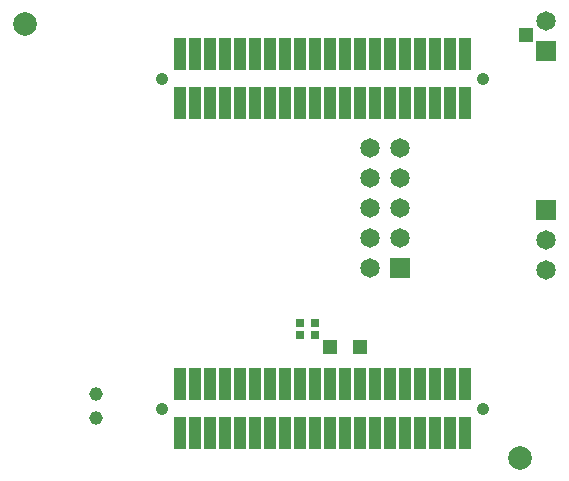
<source format=gbs>
%FSLAX24Y24*%
%MOIN*%
G70*
G01*
G75*
G04 Layer_Color=16711935*
%ADD10C,0.0060*%
%ADD11R,0.0197X0.0236*%
%ADD12C,0.0394*%
%ADD13R,0.0236X0.0217*%
%ADD14R,0.0394X0.0709*%
%ADD15R,0.0217X0.0236*%
G04:AMPARAMS|DCode=16|XSize=19.7mil|YSize=23.6mil|CornerRadius=0mil|HoleSize=0mil|Usage=FLASHONLY|Rotation=225.000|XOffset=0mil|YOffset=0mil|HoleType=Round|Shape=Rectangle|*
%AMROTATEDRECTD16*
4,1,4,-0.0014,0.0153,0.0153,-0.0014,0.0014,-0.0153,-0.0153,0.0014,-0.0014,0.0153,0.0*
%
%ADD16ROTATEDRECTD16*%

%ADD17R,0.0315X0.0295*%
%ADD18R,0.0197X0.0256*%
%ADD19C,0.0079*%
%ADD20R,0.0236X0.0157*%
%ADD21R,0.1083X0.0350*%
G04:AMPARAMS|DCode=22|XSize=47.2mil|YSize=43.3mil|CornerRadius=0mil|HoleSize=0mil|Usage=FLASHONLY|Rotation=45.000|XOffset=0mil|YOffset=0mil|HoleType=Round|Shape=Rectangle|*
%AMROTATEDRECTD22*
4,1,4,-0.0014,-0.0320,-0.0320,-0.0014,0.0014,0.0320,0.0320,0.0014,-0.0014,-0.0320,0.0*
%
%ADD22ROTATEDRECTD22*%

%ADD23C,0.0098*%
%ADD24R,0.0400X0.0300*%
%ADD25R,0.0299X0.0945*%
%ADD26R,0.0295X0.0315*%
%ADD27R,0.1850X0.1850*%
%ADD28O,0.0079X0.0256*%
%ADD29O,0.0256X0.0079*%
%ADD30R,0.0236X0.0197*%
%ADD31C,0.0090*%
%ADD32C,0.0100*%
%ADD33C,0.0500*%
%ADD34C,0.0080*%
%ADD35C,0.0150*%
%ADD36C,0.0354*%
%ADD37C,0.0591*%
%ADD38R,0.0591X0.0591*%
%ADD39C,0.0236*%
%ADD40R,0.0354X0.1043*%
%ADD41R,0.0394X0.0394*%
%ADD42R,0.0394X0.0394*%
%ADD43C,0.0039*%
%ADD44C,0.0098*%
%ADD45C,0.0079*%
%ADD46C,0.0059*%
%ADD47C,0.0118*%
%ADD48C,0.0050*%
%ADD49R,0.0420X0.1300*%
%ADD50C,0.0240*%
%ADD51R,0.0257X0.0296*%
%ADD52C,0.0787*%
%ADD53R,0.0296X0.0277*%
%ADD54R,0.0454X0.0769*%
%ADD55R,0.0277X0.0296*%
G04:AMPARAMS|DCode=56|XSize=25.7mil|YSize=29.6mil|CornerRadius=0mil|HoleSize=0mil|Usage=FLASHONLY|Rotation=225.000|XOffset=0mil|YOffset=0mil|HoleType=Round|Shape=Rectangle|*
%AMROTATEDRECTD56*
4,1,4,-0.0014,0.0196,0.0196,-0.0014,0.0014,-0.0196,-0.0196,0.0014,-0.0014,0.0196,0.0*
%
%ADD56ROTATEDRECTD56*%

%ADD57R,0.0375X0.0355*%
%ADD58R,0.0257X0.0316*%
%ADD59C,0.0139*%
%ADD60R,0.0296X0.0217*%
%ADD61R,0.1143X0.0410*%
G04:AMPARAMS|DCode=62|XSize=53.2mil|YSize=49.3mil|CornerRadius=0mil|HoleSize=0mil|Usage=FLASHONLY|Rotation=45.000|XOffset=0mil|YOffset=0mil|HoleType=Round|Shape=Rectangle|*
%AMROTATEDRECTD62*
4,1,4,-0.0014,-0.0363,-0.0363,-0.0014,0.0014,0.0363,0.0363,0.0014,-0.0014,-0.0363,0.0*
%
%ADD62ROTATEDRECTD62*%

%ADD63C,0.0158*%
%ADD64R,0.0460X0.0360*%
%ADD65R,0.0359X0.1005*%
%ADD66R,0.0355X0.0375*%
%ADD67R,0.1910X0.1910*%
%ADD68O,0.0139X0.0316*%
%ADD69O,0.0316X0.0139*%
%ADD70R,0.0296X0.0257*%
%ADD71C,0.0414*%
%ADD72C,0.0454*%
%ADD73C,0.0651*%
%ADD74R,0.0651X0.0651*%
%ADD75R,0.0414X0.1103*%
%ADD76R,0.0454X0.0454*%
%ADD77R,0.0454X0.0454*%
D52*
X20500Y700D02*
D03*
X4000Y15160D02*
D03*
D55*
X13150Y5197D02*
D03*
Y4803D02*
D03*
X13650Y5197D02*
D03*
Y4803D02*
D03*
D71*
X19250Y13330D02*
D03*
X8550D02*
D03*
X19250Y2330D02*
D03*
X8550D02*
D03*
D72*
X6354Y2824D02*
D03*
Y2036D02*
D03*
D73*
X21360Y7961D02*
D03*
Y6961D02*
D03*
X21360Y15260D02*
D03*
X15500Y11030D02*
D03*
X16500D02*
D03*
X15500Y9030D02*
D03*
X16500D02*
D03*
X15500Y8030D02*
D03*
X16500D02*
D03*
X15500Y7030D02*
D03*
X16500Y10030D02*
D03*
X15500D02*
D03*
D74*
X21360Y8961D02*
D03*
X21360Y14260D02*
D03*
X16500Y7030D02*
D03*
D75*
X9150Y12511D02*
D03*
X9650D02*
D03*
X10150D02*
D03*
X10650D02*
D03*
X11150D02*
D03*
X11650D02*
D03*
X12150D02*
D03*
X12650D02*
D03*
X13150D02*
D03*
X13650D02*
D03*
X14150D02*
D03*
X14650D02*
D03*
X15150D02*
D03*
X15650D02*
D03*
X16150D02*
D03*
X16650D02*
D03*
X17150D02*
D03*
X17650D02*
D03*
X18150D02*
D03*
X18650D02*
D03*
X9150Y14149D02*
D03*
X9650D02*
D03*
X10150D02*
D03*
X10650D02*
D03*
X11150D02*
D03*
X11650D02*
D03*
X12150D02*
D03*
X12650D02*
D03*
X13150D02*
D03*
X13650D02*
D03*
X14150D02*
D03*
X14650D02*
D03*
X15150D02*
D03*
X15650D02*
D03*
X16150D02*
D03*
X16650D02*
D03*
X17150D02*
D03*
X17650D02*
D03*
X18150D02*
D03*
X18650D02*
D03*
X9150Y1511D02*
D03*
X9650D02*
D03*
X10150D02*
D03*
X10650D02*
D03*
X11150D02*
D03*
X11650D02*
D03*
X12150D02*
D03*
X12650D02*
D03*
X13150D02*
D03*
X13650D02*
D03*
X14150D02*
D03*
X14650D02*
D03*
X15150D02*
D03*
X15650D02*
D03*
X16150D02*
D03*
X16650D02*
D03*
X17150D02*
D03*
X17650D02*
D03*
X18150D02*
D03*
X18650D02*
D03*
X9150Y3149D02*
D03*
X9650D02*
D03*
X10150D02*
D03*
X10650D02*
D03*
X11150D02*
D03*
X11650D02*
D03*
X12150D02*
D03*
X12650D02*
D03*
X13150D02*
D03*
X13650D02*
D03*
X14150D02*
D03*
X14650D02*
D03*
X15150D02*
D03*
X15650D02*
D03*
X16150D02*
D03*
X16650D02*
D03*
X17150D02*
D03*
X17650D02*
D03*
X18150D02*
D03*
X18650D02*
D03*
D76*
X15150Y4400D02*
D03*
D77*
X14150D02*
D03*
X20700Y14800D02*
D03*
M02*

</source>
